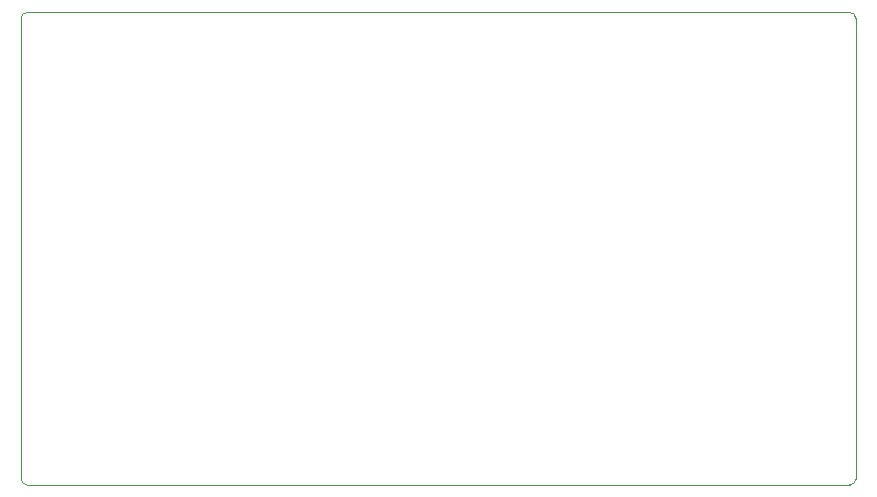
<source format=gbr>
%TF.GenerationSoftware,KiCad,Pcbnew,8.0.8*%
%TF.CreationDate,2025-02-27T22:48:29-08:00*%
%TF.ProjectId,SmartLitterBoxSensor,536d6172-744c-4697-9474-6572426f7853,rev?*%
%TF.SameCoordinates,Original*%
%TF.FileFunction,Profile,NP*%
%FSLAX46Y46*%
G04 Gerber Fmt 4.6, Leading zero omitted, Abs format (unit mm)*
G04 Created by KiCad (PCBNEW 8.0.8) date 2025-02-27 22:48:29*
%MOMM*%
%LPD*%
G01*
G04 APERTURE LIST*
%TA.AperFunction,Profile*%
%ADD10C,0.050000*%
%TD*%
G04 APERTURE END LIST*
D10*
X133731000Y-81127600D02*
X203377800Y-81127600D01*
X133223000Y-81635600D02*
G75*
G02*
X133731000Y-81127600I508000J0D01*
G01*
X203377800Y-121132600D02*
X133731000Y-121132600D01*
X133731000Y-121132600D02*
G75*
G02*
X133223000Y-120624600I0J508000D01*
G01*
X203377800Y-81127600D02*
G75*
G02*
X203885800Y-81635600I0J-508000D01*
G01*
X203885800Y-120624600D02*
G75*
G02*
X203377800Y-121132600I-508000J0D01*
G01*
X133223000Y-120624600D02*
X133223000Y-81635600D01*
X203885800Y-81635600D02*
X203885800Y-120624600D01*
M02*

</source>
